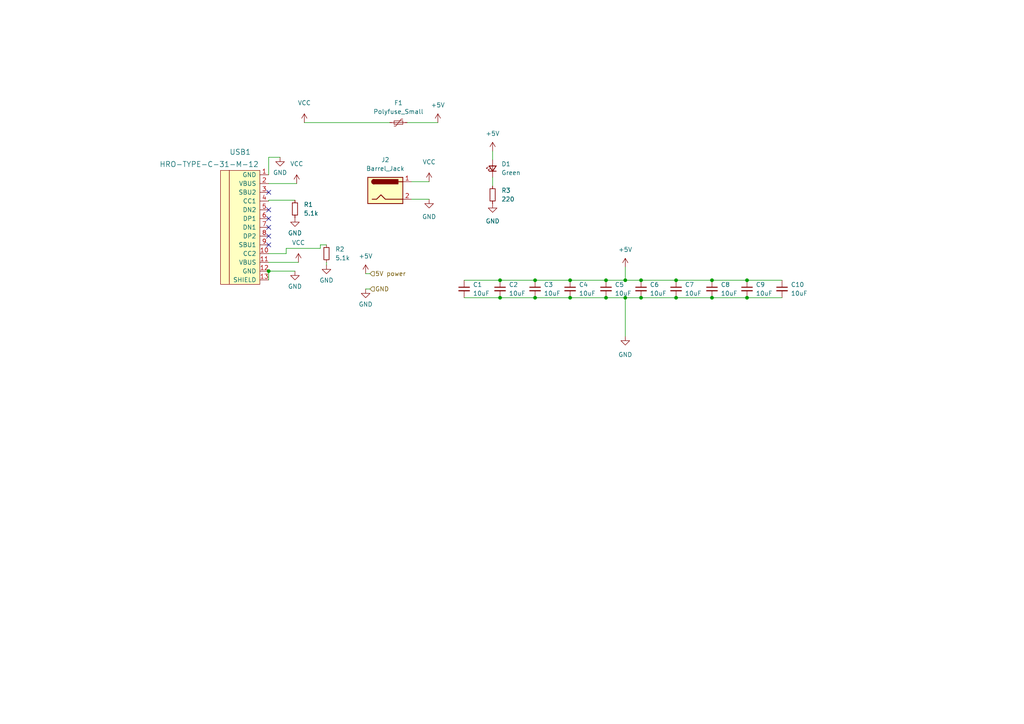
<source format=kicad_sch>
(kicad_sch (version 20211123) (generator eeschema)
  (paper "A4")
  (title_block (date "2023-06-29") (rev "2"))
  (lib_symbols
    (symbol "Connector:Barrel_Jack" (pin_names (offset 1.016))
      (property "Reference" "J" (at 0 5.334 0))
      (property "Value" "Barrel_Jack" (at 0 -5.08 0))
      (symbol "Barrel_Jack_0_1"
        (rectangle (start -5.08 3.81) (end 5.08 -3.81) (stroke (width 0.254)) (fill (type background)))
        (arc (start -3.302 3.175) (mid -3.937 2.54) (end -3.302 1.905) (stroke (width 0.254)))
        (arc (start -3.302 3.175) (mid -3.937 2.54) (end -3.302 1.905) (stroke (width 0.254)) (fill (type outline)))
        (polyline (pts (xy 5.08 2.54) (xy 3.81 2.54)) (stroke (width 0.254)))
        (polyline (pts (xy -3.81 -2.54) (xy -2.54 -2.54) (xy -1.27 -1.27) (xy 0 -2.54) (xy 2.54 -2.54) (xy 5.08 -2.54)) (stroke (width 0.254)))
        (rectangle (start 3.683 3.175) (end -3.302 1.905) (stroke (width 0.254)) (fill (type outline)))
      )
      (symbol "Barrel_Jack_1_1"
        (pin passive line (at 7.62 2.54 180) (length 2.54) (name "~") (number "1"))
        (pin passive line (at 7.62 -2.54 180) (length 2.54) (name "~") (number "2"))
      )
    )
    (symbol "Device:C_Small" (pin_numbers hide) (pin_names (offset 0.254) hide)
      (property "Reference" "C" (at 0.254 1.778 0))
      (property "Value" "C_Small" (at 0.254 -2.032 0))
      (symbol "C_Small_0_1"
        (polyline (pts (xy -1.524 -0.508) (xy 1.524 -0.508)) (stroke (width 0.3302)))
        (polyline (pts (xy -1.524 0.508) (xy 1.524 0.508)) (stroke (width 0.3048)))
      )
      (symbol "C_Small_1_1"
        (pin passive line (at 0 2.54 270) (length 2.032) (name "~") (number "1"))
        (pin passive line (at 0 -2.54 90) (length 2.032) (name "~") (number "2"))
      )
    )
    (symbol "Device:LED_Small" (pin_numbers hide) (pin_names (offset 0.254) hide)
      (property "Reference" "D" (at -1.27 3.175 0))
      (property "Value" "LED_Small" (at -4.445 -2.54 0))
      (symbol "LED_Small_0_1"
        (polyline (pts (xy -0.762 -1.016) (xy -0.762 1.016)) (stroke (width 0.254)))
        (polyline (pts (xy 1.016 0) (xy -0.762 0)))
        (polyline (pts (xy 0.762 -1.016) (xy -0.762 0) (xy 0.762 1.016) (xy 0.762 -1.016)) (stroke (width 0.254)))
        (polyline (pts (xy 0 0.762) (xy -0.508 1.27) (xy -0.254 1.27) (xy -0.508 1.27) (xy -0.508 1.016)))
        (polyline (pts (xy 0.508 1.27) (xy 0 1.778) (xy 0.254 1.778) (xy 0 1.778) (xy 0 1.524)))
      )
      (symbol "LED_Small_1_1"
        (pin passive line (at -2.54 0 0) (length 1.778) (name "K") (number "1"))
        (pin passive line (at 2.54 0 180) (length 1.778) (name "A") (number "2"))
      )
    )
    (symbol "Device:Polyfuse_Small" (pin_numbers hide) (pin_names (offset 0))
      (property "Reference" "F" (at -1.905 0 90))
      (property "Value" "Polyfuse_Small" (at 1.905 0 90))
      (symbol "Polyfuse_Small_0_1"
        (rectangle (start -0.508 1.27) (end 0.508 -1.27))
        (polyline (pts (xy 0 2.54) (xy 0 -2.54)))
        (polyline (pts (xy -1.016 1.27) (xy -1.016 0.762) (xy 1.016 -0.762) (xy 1.016 -1.27)))
      )
      (symbol "Polyfuse_Small_1_1"
        (pin passive line (at 0 2.54 270) (length 0.635) (name "~") (number "1"))
        (pin passive line (at 0 -2.54 90) (length 0.635) (name "~") (number "2"))
      )
    )
    (symbol "Device:R_Small" (pin_numbers hide) (pin_names (offset 0.254) hide)
      (property "Reference" "R" (at 0.762 0.508 0))
      (property "Value" "R_Small" (at 0.762 -1.016 0))
      (symbol "R_Small_0_1"
        (rectangle (start -0.762 1.778) (end 0.762 -1.778) (stroke (width 0.2032)))
      )
      (symbol "R_Small_1_1"
        (pin passive line (at 0 2.54 270) (length 0.762) (name "~") (number "1"))
        (pin passive line (at 0 -2.54 90) (length 0.762) (name "~") (number "2"))
      )
    )
    (symbol "Type-C:HRO-TYPE-C-31-M-12" (pin_names (offset 1.016))
      (property "Reference" "USB" (at -5.08 16.51 0))
      (property "Value" "HRO-TYPE-C-31-M-12" (at -10.16 -1.27 90))
      (symbol "HRO-TYPE-C-31-M-12_0_1"
        (rectangle (start -11.43 15.24) (end -8.89 -17.78) (fill (type background)))
        (rectangle (start 0 -17.78) (end -8.89 15.24) (fill (type background)))
      )
      (symbol "HRO-TYPE-C-31-M-12_1_1"
        (pin input line (at 2.54 13.97 180) (length 2.54) (name "GND") (number "1"))
        (pin input line (at 2.54 -8.89 180) (length 2.54) (name "CC2") (number "10"))
        (pin input line (at 2.54 -11.43 180) (length 2.54) (name "VBUS") (number "11"))
        (pin input line (at 2.54 -13.97 180) (length 2.54) (name "GND") (number "12"))
        (pin input line (at 2.54 -16.51 180) (length 2.54) (name "SHIELD") (number "13"))
        (pin input line (at 2.54 11.43 180) (length 2.54) (name "VBUS") (number "2"))
        (pin input line (at 2.54 8.89 180) (length 2.54) (name "SBU2") (number "3"))
        (pin input line (at 2.54 6.35 180) (length 2.54) (name "CC1") (number "4"))
        (pin input line (at 2.54 3.81 180) (length 2.54) (name "DN2") (number "5"))
        (pin input line (at 2.54 1.27 180) (length 2.54) (name "DP1") (number "6"))
        (pin input line (at 2.54 -1.27 180) (length 2.54) (name "DN1") (number "7"))
        (pin input line (at 2.54 -3.81 180) (length 2.54) (name "DP2") (number "8"))
        (pin input line (at 2.54 -6.35 180) (length 2.54) (name "SBU1") (number "9"))
      )
    )
    (symbol "power:+5V" (power) (pin_names (offset 0))
      (property "Value" "+5V" (at 0 3.556 0))
      (symbol "+5V_0_1"
        (polyline (pts (xy -0.762 1.27) (xy 0 2.54)))
        (polyline (pts (xy 0 0) (xy 0 2.54)))
        (polyline (pts (xy 0 2.54) (xy 0.762 1.27)))
      )
      (symbol "+5V_1_1"
        (pin power_in line (at 0 0 90) (length 0) hide (name "+5V") (number "1"))
      )
    )
    (symbol "power:GND" (power) (pin_names (offset 0))
      (property "Value" "GND" (at 0 -3.81 0))
      (symbol "GND_0_1"
        (polyline (pts (xy 0 0) (xy 0 -1.27) (xy 1.27 -1.27) (xy 0 -2.54) (xy -1.27 -1.27) (xy 0 -1.27)))
      )
      (symbol "GND_1_1"
        (pin power_in line (at 0 0 270) (length 0) hide (name "GND") (number "1"))
      )
    )
    (symbol "power:VCC" (power) (pin_names (offset 0))
      (property "Value" "VCC" (at 0 3.81 0))
      (symbol "VCC_0_1"
        (polyline (pts (xy -0.762 1.27) (xy 0 2.54)))
        (polyline (pts (xy 0 0) (xy 0 2.54)))
        (polyline (pts (xy 0 2.54) (xy 0.762 1.27)))
      )
      (symbol "VCC_1_1"
        (pin power_in line (at 0 0 90) (length 0) hide (name "VCC") (number "1"))
      )
    )
  )
  (junction (at 165.354 86.36))
  (junction (at 216.662 81.28))
  (junction (at 185.928 86.36))
  (junction (at 155.194 81.28))
  (junction (at 77.9272 78.6384))
  (junction (at 145.034 86.36))
  (junction (at 175.768 81.28))
  (junction (at 196.088 81.28))
  (junction (at 181.356 81.28))
  (junction (at 181.356 86.36))
  (junction (at 165.354 81.28))
  (junction (at 196.088 86.36))
  (junction (at 216.662 86.36))
  (junction (at 206.502 86.36))
  (junction (at 145.034 81.28))
  (junction (at 206.502 81.28))
  (junction (at 155.194 86.36))
  (junction (at 185.928 81.28))
  (junction (at 175.768 86.36))
  (no_connect (at 77.9272 55.7784))
  (no_connect (at 77.9272 71.0184))
  (no_connect (at 77.9272 60.8584))
  (no_connect (at 77.9272 65.9384))
  (no_connect (at 77.9272 63.3984))
  (no_connect (at 77.9272 68.4784))
  (wire (pts (xy 77.9272 45.6184) (xy 77.9272 50.6984)))
  (wire (pts (xy 77.9272 76.0984) (xy 86.5632 76.0984)))
  (wire (pts (xy 92.9132 71.0184) (xy 94.6912 71.0184)))
  (wire (pts (xy 77.9272 78.6384) (xy 77.9272 81.1784)))
  (wire (pts (xy 77.9272 73.5584) (xy 83.0072 73.5584)))
  (wire (pts (xy 196.088 81.28) (xy 206.502 81.28)))
  (wire (pts (xy 77.9272 53.2384) (xy 86.0552 53.2384)))
  (wire (pts (xy 216.662 81.28) (xy 226.822 81.28)))
  (wire (pts (xy 94.6912 76.0984) (xy 94.6912 76.8604)))
  (wire (pts (xy 196.088 86.36) (xy 206.502 86.36)))
  (wire (pts (xy 81.2292 45.6184) (xy 77.9272 45.6184)))
  (wire (pts (xy 88.265 35.56) (xy 113.03 35.56)))
  (wire (pts (xy 83.0072 73.5584) (xy 83.0072 72.0344)))
  (wire (pts (xy 206.502 81.28) (xy 216.662 81.28)))
  (wire (pts (xy 145.034 81.28) (xy 155.194 81.28)))
  (wire (pts (xy 77.9272 58.0644) (xy 77.9272 58.3184)))
  (wire (pts (xy 85.5472 58.0644) (xy 77.9272 58.0644)))
  (wire (pts (xy 142.875 43.815) (xy 142.875 46.355)))
  (wire (pts (xy 216.662 86.36) (xy 226.822 86.36)))
  (wire (pts (xy 181.356 86.36) (xy 185.928 86.36)))
  (wire (pts (xy 106.045 79.375) (xy 107.315 79.375)))
  (wire (pts (xy 77.9272 78.6384) (xy 85.5472 78.6384)))
  (wire (pts (xy 134.62 86.36) (xy 145.034 86.36)))
  (wire (pts (xy 119.38 57.785) (xy 124.46 57.785)))
  (wire (pts (xy 118.11 35.56) (xy 127 35.56)))
  (wire (pts (xy 134.62 81.28) (xy 145.034 81.28)))
  (wire (pts (xy 165.354 81.28) (xy 175.768 81.28)))
  (wire (pts (xy 175.768 81.28) (xy 181.356 81.28)))
  (wire (pts (xy 92.9132 72.0344) (xy 92.9132 71.0184)))
  (wire (pts (xy 165.354 86.36) (xy 175.768 86.36)))
  (wire (pts (xy 155.194 81.28) (xy 165.354 81.28)))
  (wire (pts (xy 142.875 51.435) (xy 142.875 53.975)))
  (wire (pts (xy 181.356 81.28) (xy 185.928 81.28)))
  (wire (pts (xy 181.356 86.36) (xy 181.356 97.536)))
  (wire (pts (xy 206.502 86.36) (xy 216.662 86.36)))
  (wire (pts (xy 119.38 52.705) (xy 124.46 52.705)))
  (wire (pts (xy 106.045 83.82) (xy 107.315 83.82)))
  (wire (pts (xy 83.0072 72.0344) (xy 92.9132 72.0344)))
  (wire (pts (xy 185.928 81.28) (xy 196.088 81.28)))
  (wire (pts (xy 175.768 86.36) (xy 181.356 86.36)))
  (wire (pts (xy 185.928 86.36) (xy 196.088 86.36)))
  (wire (pts (xy 155.194 86.36) (xy 165.354 86.36)))
  (wire (pts (xy 181.356 77.47) (xy 181.356 81.28)))
  (wire (pts (xy 145.034 86.36) (xy 155.194 86.36)))
  (hierarchical_label "5V power" (shape input) (at 107.315 79.375 0))
  (hierarchical_label "GND" (shape input) (at 107.315 83.82 0))
  (symbol (lib_id "Device:R_Small") (at 142.875 56.515 0) (unit 1)
    (property "Reference" "R3" (at 145.415 55.2449 0) (effects (justify left)))
    (property "Value" "220" (at 145.415 57.7849 0) (effects (justify left)))
    (property "Footprint" "Resistor_SMD:R_0805_2012Metric" (effects hide))
  )
  (symbol (lib_id "Device:C_Small") (at 196.088 83.82 0) (unit 1)
    (property "Reference" "C7" (at 198.628 82.5562 0) (effects (justify left)))
    (property "Value" "10uF" (at 198.628 85.0962 0) (effects (justify left)))
    (property "Footprint" "Capacitor_SMD:C_0805_2012Metric" (effects hide))
  )
  (symbol (lib_id "Device:Polyfuse_Small") (at 115.57 35.56 90) (unit 1)
    (property "Reference" "F1" (at 115.57 29.845 90))
    (property "Value" "Polyfuse_Small" (at 115.57 32.385 90))
    (property "Footprint" "Fuse:Fuse_1206_3216Metric" (effects hide))
  )
  (symbol (lib_id "Device:R_Small") (at 94.6912 73.5584 0) (unit 1)
    (property "Reference" "R2" (at 97.2312 72.2883 0) (effects (justify left)))
    (property "Value" "5.1k" (at 97.2312 74.8283 0) (effects (justify left)))
    (property "Footprint" "Resistor_SMD:R_0805_2012Metric" (effects hide))
  )
  (symbol (lib_id "Device:C_Small") (at 165.354 83.82 0) (unit 1)
    (property "Reference" "C4" (at 167.894 82.5562 0) (effects (justify left)))
    (property "Value" "10uF" (at 167.894 85.0962 0) (effects (justify left)))
    (property "Footprint" "Capacitor_SMD:C_0805_2012Metric" (effects hide))
  )
  (symbol (lib_id "power:+5V") (at 142.875 43.815 0) (unit 1)
    (property "Reference" "#PWR023" (effects hide))
    (property "Value" "+5V" (at 142.875 38.735 0))
  )
  (symbol (lib_id "Device:C_Small") (at 134.62 83.82 0) (unit 1)
    (property "Reference" "C1" (at 137.16 82.5562 0) (effects (justify left)))
    (property "Value" "10uF" (at 137.16 85.0962 0) (effects (justify left)))
    (property "Footprint" "Capacitor_SMD:C_0805_2012Metric" (effects hide))
  )
  (symbol (lib_id "Device:C_Small") (at 226.822 83.82 0) (unit 1)
    (property "Reference" "C10" (at 229.362 82.5562 0) (effects (justify left)))
    (property "Value" "10uF" (at 229.362 85.0962 0) (effects (justify left)))
    (property "Footprint" "Capacitor_SMD:C_0805_2012Metric" (effects hide))
  )
  (symbol (lib_id "power:GND") (at 181.356 97.536 0) (unit 1)
    (property "Reference" "#PWR026" (effects hide))
    (property "Value" "GND" (at 181.356 102.87 0))
  )
  (symbol (lib_id "power:GND") (at 142.875 59.055 0) (unit 1)
    (property "Reference" "#PWR024" (effects hide))
    (property "Value" "GND" (at 142.875 64.135 0))
  )
  (symbol (lib_id "power:VCC") (at 86.0552 53.2384 0) (unit 1)
    (property "Reference" "#PWR015" (effects hide))
    (property "Value" "VCC" (at 86.0552 47.5234 0))
  )
  (symbol (lib_id "Device:C_Small") (at 175.768 83.82 0) (unit 1)
    (property "Reference" "C5" (at 178.308 82.5562 0) (effects (justify left)))
    (property "Value" "10uF" (at 178.308 85.0962 0) (effects (justify left)))
    (property "Footprint" "Capacitor_SMD:C_0805_2012Metric" (effects hide))
  )
  (symbol (lib_id "power:GND") (at 85.5472 63.1444 0) (unit 1)
    (property "Reference" "#PWR013" (effects hide))
    (property "Value" "GND" (at 85.5472 67.5894 0))
  )
  (symbol (lib_id "power:GND") (at 106.045 83.82 0) (unit 1)
    (property "Reference" "#PWR019" (effects hide))
    (property "Value" "GND" (at 106.045 88.265 0))
  )
  (symbol (lib_id "Device:R_Small") (at 85.5472 60.6044 0) (unit 1)
    (property "Reference" "R1" (at 88.0872 59.3343 0) (effects (justify left)))
    (property "Value" "5.1k" (at 88.0872 61.8743 0) (effects (justify left)))
    (property "Footprint" "Resistor_SMD:R_0805_2012Metric" (effects hide))
  )
  (symbol (lib_id "Device:C_Small") (at 145.034 83.82 0) (unit 1)
    (property "Reference" "C2" (at 147.574 82.5562 0) (effects (justify left)))
    (property "Value" "10uF" (at 147.574 85.0962 0) (effects (justify left)))
    (property "Footprint" "Capacitor_SMD:C_0805_2012Metric" (effects hide))
  )
  (symbol (lib_id "Connector:Barrel_Jack") (at 111.76 55.245 0) (unit 1)
    (property "Reference" "J2" (at 111.76 46.355 0))
    (property "Value" "Barrel_Jack" (at 111.76 48.895 0))
    (property "Footprint" "Connector_BarrelJack:BarrelJack_GCT_DCJ200-10-A_Horizontal" (effects hide))
  )
  (symbol (lib_id "power:VCC") (at 88.265 35.56 0) (unit 1)
    (property "Reference" "#PWR011" (effects hide))
    (property "Value" "VCC" (at 88.265 29.845 0))
  )
  (symbol (lib_id "Device:C_Small") (at 185.928 83.82 0) (unit 1)
    (property "Reference" "C6" (at 188.468 82.5562 0) (effects (justify left)))
    (property "Value" "10uF" (at 188.468 85.0962 0) (effects (justify left)))
    (property "Footprint" "Capacitor_SMD:C_0805_2012Metric" (effects hide))
  )
  (symbol (lib_id "Device:LED_Small") (at 142.875 48.895 90) (unit 1)
    (property "Reference" "D1" (at 145.415 47.5614 90) (effects (justify right)))
    (property "Value" "Green" (at 145.415 50.1014 90) (effects (justify right)))
    (property "Footprint" "Resistor_SMD:R_0805_2012Metric" (effects hide))
  )
  (symbol (lib_id "power:+5V") (at 181.356 77.47 0) (unit 1)
    (property "Reference" "#PWR025" (effects hide))
    (property "Value" "+5V" (at 181.356 72.39 0))
  )
  (symbol (lib_id "Device:C_Small") (at 155.194 83.82 0) (unit 1)
    (property "Reference" "C3" (at 157.734 82.5562 0) (effects (justify left)))
    (property "Value" "10uF" (at 157.734 85.0962 0) (effects (justify left)))
    (property "Footprint" "Capacitor_SMD:C_0805_2012Metric" (effects hide))
  )
  (symbol (lib_id "Device:C_Small") (at 206.502 83.82 0) (unit 1)
    (property "Reference" "C8" (at 209.042 82.5562 0) (effects (justify left)))
    (property "Value" "10uF" (at 209.042 85.0962 0) (effects (justify left)))
    (property "Footprint" "Capacitor_SMD:C_0805_2012Metric" (effects hide))
  )
  (symbol (lib_id "power:GND") (at 94.6912 76.8604 0) (unit 1)
    (property "Reference" "#PWR017" (effects hide))
    (property "Value" "GND" (at 94.6912 81.3054 0))
  )
  (symbol (lib_id "power:+5V") (at 127 35.56 0) (unit 1)
    (property "Reference" "#PWR022" (effects hide))
    (property "Value" "+5V" (at 127 30.48 0))
  )
  (symbol (lib_id "power:VCC") (at 86.5632 76.0984 0) (unit 1)
    (property "Reference" "#PWR016" (effects hide))
    (property "Value" "VCC" (at 86.5632 70.3834 0))
  )
  (symbol (lib_id "power:+5V") (at 106.045 79.375 0) (unit 1)
    (property "Reference" "#PWR018" (effects hide))
    (property "Value" "+5V" (at 106.045 74.295 0))
  )
  (symbol (lib_id "power:GND") (at 81.2292 45.6184 0) (unit 1)
    (property "Reference" "#PWR012" (effects hide))
    (property "Value" "GND" (at 81.2292 50.0634 0))
  )
  (symbol (lib_id "Device:C_Small") (at 216.662 83.82 0) (unit 1)
    (property "Reference" "C9" (at 219.202 82.5562 0) (effects (justify left)))
    (property "Value" "10uF" (at 219.202 85.0962 0) (effects (justify left)))
    (property "Footprint" "Capacitor_SMD:C_0805_2012Metric" (effects hide))
  )
  (symbol (lib_id "Type-C:HRO-TYPE-C-31-M-12") (at 75.3872 64.6684 0) (unit 1)
    (property "Reference" "USB1" (at 69.6722 44.0944 0) (effects (font (size 1.524 1.524))))
    (property "Value" "HRO-TYPE-C-31-M-12" (at 60.6552 47.6504 0) (effects (font (size 1.524 1.524))))
    (property "Footprint" "hooks:HRO-TYPE-C-31-M-12" (effects hide))
  )
  (symbol (lib_id "power:GND") (at 124.46 57.785 0) (unit 1)
    (property "Reference" "#PWR021" (effects hide))
    (property "Value" "GND" (at 124.46 62.865 0))
  )
  (symbol (lib_id "power:GND") (at 85.5472 78.6384 0) (unit 1)
    (property "Reference" "#PWR014" (effects hide))
    (property "Value" "GND" (at 85.5472 83.0834 0))
  )
  (symbol (lib_id "power:VCC") (at 124.46 52.705 0) (unit 1)
    (property "Reference" "#PWR020" (effects hide))
    (property "Value" "VCC" (at 124.46 46.99 0))
  )
)
</source>
